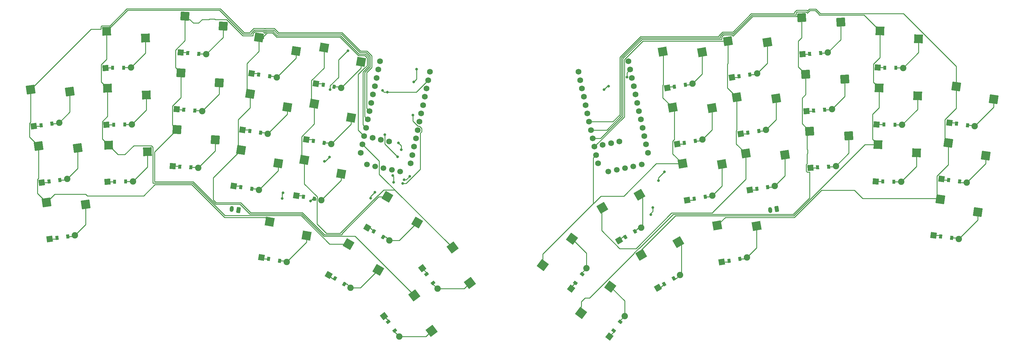
<source format=gbr>
%TF.GenerationSoftware,KiCad,Pcbnew,9.0.2*%
%TF.CreationDate,2025-07-07T14:02:59-04:00*%
%TF.ProjectId,routed_banana_split,726f7574-6564-45f6-9261-6e616e615f73,0.0.1*%
%TF.SameCoordinates,Original*%
%TF.FileFunction,Copper,L2,Bot*%
%TF.FilePolarity,Positive*%
%FSLAX46Y46*%
G04 Gerber Fmt 4.6, Leading zero omitted, Abs format (unit mm)*
G04 Created by KiCad (PCBNEW 9.0.2) date 2025-07-07 14:02:59*
%MOMM*%
%LPD*%
G01*
G04 APERTURE LIST*
G04 Aperture macros list*
%AMRoundRect*
0 Rectangle with rounded corners*
0 $1 Rounding radius*
0 $2 $3 $4 $5 $6 $7 $8 $9 X,Y pos of 4 corners*
0 Add a 4 corners polygon primitive as box body*
4,1,4,$2,$3,$4,$5,$6,$7,$8,$9,$2,$3,0*
0 Add four circle primitives for the rounded corners*
1,1,$1+$1,$2,$3*
1,1,$1+$1,$4,$5*
1,1,$1+$1,$6,$7*
1,1,$1+$1,$8,$9*
0 Add four rect primitives between the rounded corners*
20,1,$1+$1,$2,$3,$4,$5,0*
20,1,$1+$1,$4,$5,$6,$7,0*
20,1,$1+$1,$6,$7,$8,$9,0*
20,1,$1+$1,$8,$9,$2,$3,0*%
%AMHorizOval*
0 Thick line with rounded ends*
0 $1 width*
0 $2 $3 position (X,Y) of the first rounded end (center of the circle)*
0 $4 $5 position (X,Y) of the second rounded end (center of the circle)*
0 Add line between two ends*
20,1,$1,$2,$3,$4,$5,0*
0 Add two circle primitives to create the rounded ends*
1,1,$1,$2,$3*
1,1,$1,$4,$5*%
%AMRotRect*
0 Rectangle, with rotation*
0 The origin of the aperture is its center*
0 $1 length*
0 $2 width*
0 $3 Rotation angle, in degrees counterclockwise*
0 Add horizontal line*
21,1,$1,$2,0,0,$3*%
G04 Aperture macros list end*
%TA.AperFunction,ComponentPad*%
%ADD10RotRect,1.778000X1.778000X53.000000*%
%TD*%
%TA.AperFunction,SMDPad,CuDef*%
%ADD11RotRect,0.900000X1.200000X53.000000*%
%TD*%
%TA.AperFunction,ComponentPad*%
%ADD12C,1.905000*%
%TD*%
%TA.AperFunction,ComponentPad*%
%ADD13C,1.752600*%
%TD*%
%TA.AperFunction,ComponentPad*%
%ADD14RotRect,1.778000X1.778000X351.000000*%
%TD*%
%TA.AperFunction,SMDPad,CuDef*%
%ADD15RotRect,0.900000X1.200000X351.000000*%
%TD*%
%TA.AperFunction,SMDPad,CuDef*%
%ADD16RotRect,2.600000X2.600000X9.000000*%
%TD*%
%TA.AperFunction,ComponentPad*%
%ADD17RotRect,1.778000X1.778000X350.000000*%
%TD*%
%TA.AperFunction,SMDPad,CuDef*%
%ADD18RotRect,0.900000X1.200000X350.000000*%
%TD*%
%TA.AperFunction,SMDPad,CuDef*%
%ADD19RotRect,2.600000X2.600000X352.000000*%
%TD*%
%TA.AperFunction,SMDPad,CuDef*%
%ADD20RotRect,2.600000X2.600000X356.000000*%
%TD*%
%TA.AperFunction,ComponentPad*%
%ADD21RotRect,1.778000X1.778000X10.000000*%
%TD*%
%TA.AperFunction,SMDPad,CuDef*%
%ADD22RotRect,0.900000X1.200000X10.000000*%
%TD*%
%TA.AperFunction,ComponentPad*%
%ADD23HorizOval,1.700000X0.000000X0.000000X0.000000X0.000000X0*%
%TD*%
%TA.AperFunction,ComponentPad*%
%ADD24C,1.700000*%
%TD*%
%TA.AperFunction,ComponentPad*%
%ADD25RotRect,1.778000X1.778000X330.000000*%
%TD*%
%TA.AperFunction,SMDPad,CuDef*%
%ADD26RotRect,0.900000X1.200000X330.000000*%
%TD*%
%TA.AperFunction,ComponentPad*%
%ADD27RotRect,1.778000X1.778000X352.000000*%
%TD*%
%TA.AperFunction,SMDPad,CuDef*%
%ADD28RotRect,0.900000X1.200000X352.000000*%
%TD*%
%TA.AperFunction,ComponentPad*%
%ADD29RotRect,1.778000X1.778000X359.000000*%
%TD*%
%TA.AperFunction,SMDPad,CuDef*%
%ADD30RotRect,0.900000X1.200000X359.000000*%
%TD*%
%TA.AperFunction,SMDPad,CuDef*%
%ADD31RotRect,2.600000X2.600000X1.000000*%
%TD*%
%TA.AperFunction,ComponentPad*%
%ADD32RotRect,1.778000X1.778000X1.000000*%
%TD*%
%TA.AperFunction,SMDPad,CuDef*%
%ADD33RotRect,0.900000X1.200000X1.000000*%
%TD*%
%TA.AperFunction,SMDPad,CuDef*%
%ADD34RotRect,2.600000X2.600000X10.000000*%
%TD*%
%TA.AperFunction,SMDPad,CuDef*%
%ADD35RotRect,2.600000X2.600000X4.000000*%
%TD*%
%TA.AperFunction,SMDPad,CuDef*%
%ADD36RotRect,2.600000X2.600000X30.000000*%
%TD*%
%TA.AperFunction,SMDPad,CuDef*%
%ADD37RotRect,2.600000X2.600000X350.000000*%
%TD*%
%TA.AperFunction,ComponentPad*%
%ADD38RotRect,1.778000X1.778000X307.000000*%
%TD*%
%TA.AperFunction,SMDPad,CuDef*%
%ADD39RotRect,0.900000X1.200000X307.000000*%
%TD*%
%TA.AperFunction,SMDPad,CuDef*%
%ADD40RotRect,2.600000X2.600000X330.000000*%
%TD*%
%TA.AperFunction,ComponentPad*%
%ADD41RotRect,1.778000X1.778000X30.000000*%
%TD*%
%TA.AperFunction,SMDPad,CuDef*%
%ADD42RotRect,0.900000X1.200000X30.000000*%
%TD*%
%TA.AperFunction,SMDPad,CuDef*%
%ADD43RotRect,2.600000X2.600000X359.000000*%
%TD*%
%TA.AperFunction,SMDPad,CuDef*%
%ADD44RotRect,2.600000X2.600000X351.000000*%
%TD*%
%TA.AperFunction,ComponentPad*%
%ADD45HorizOval,1.700000X0.000000X0.000000X0.000000X0.000000X0*%
%TD*%
%TA.AperFunction,ComponentPad*%
%ADD46RotRect,1.778000X1.778000X4.000000*%
%TD*%
%TA.AperFunction,SMDPad,CuDef*%
%ADD47RotRect,0.900000X1.200000X4.000000*%
%TD*%
%TA.AperFunction,SMDPad,CuDef*%
%ADD48RotRect,2.600000X2.600000X307.000000*%
%TD*%
%TA.AperFunction,ComponentPad*%
%ADD49RotRect,1.778000X1.778000X356.000000*%
%TD*%
%TA.AperFunction,SMDPad,CuDef*%
%ADD50RotRect,0.900000X1.200000X356.000000*%
%TD*%
%TA.AperFunction,SMDPad,CuDef*%
%ADD51RotRect,2.600000X2.600000X8.000000*%
%TD*%
%TA.AperFunction,ComponentPad*%
%ADD52RotRect,1.778000X1.778000X8.000000*%
%TD*%
%TA.AperFunction,SMDPad,CuDef*%
%ADD53RotRect,0.900000X1.200000X8.000000*%
%TD*%
%TA.AperFunction,SMDPad,CuDef*%
%ADD54RotRect,2.600000X2.600000X53.000000*%
%TD*%
%TA.AperFunction,ComponentPad*%
%ADD55RotRect,1.778000X1.778000X9.000000*%
%TD*%
%TA.AperFunction,SMDPad,CuDef*%
%ADD56RotRect,0.900000X1.200000X9.000000*%
%TD*%
%TA.AperFunction,ComponentPad*%
%ADD57RoundRect,0.240000X-0.256232X-0.683499X0.454904X-0.570866X0.256232X0.683499X-0.454904X0.570866X0*%
%TD*%
%TA.AperFunction,ComponentPad*%
%ADD58HorizOval,1.200000X-0.043019X0.271614X0.043019X-0.271614X0*%
%TD*%
%TA.AperFunction,ComponentPad*%
%ADD59RoundRect,0.240000X-0.454904X-0.570866X0.256232X-0.683499X0.454904X0.570866X-0.256232X0.683499X0*%
%TD*%
%TA.AperFunction,ComponentPad*%
%ADD60HorizOval,1.200000X-0.043019X-0.271614X0.043019X0.271614X0*%
%TD*%
%TA.AperFunction,ViaPad*%
%ADD61C,0.800000*%
%TD*%
%TA.AperFunction,Conductor*%
%ADD62C,0.250000*%
%TD*%
G04 APERTURE END LIST*
D10*
%TO.P,D38,1*%
%TO.N,RP115*%
X250886599Y-181685327D03*
D11*
X252186519Y-179960275D03*
%TO.P,D38,2*%
%TO.N,mirror_out_thumb*%
X254172509Y-177324777D03*
D12*
X255472429Y-175599725D03*
%TD*%
D13*
%TO.P,MCU2,1*%
%TO.N,RP006*%
X241686576Y-102651019D03*
%TO.P,MCU2,2*%
%TO.N,RP008*%
X242214672Y-105135514D03*
%TO.P,MCU2,3*%
%TO.N,RGND*%
X242742767Y-107620009D03*
%TO.P,MCU2,4*%
X243270863Y-110104504D03*
%TO.P,MCU2,5*%
%TO.N,RP017*%
X243798959Y-112588999D03*
%TO.P,MCU2,6*%
%TO.N,RP020*%
X244327053Y-115073494D03*
%TO.P,MCU2,7*%
%TO.N,RP022*%
X244855150Y-117557989D03*
%TO.P,MCU2,8*%
%TO.N,RP024*%
X245383246Y-120042483D03*
%TO.P,MCU2,9*%
%TO.N,RP100*%
X245911342Y-122526978D03*
%TO.P,MCU2,10*%
%TO.N,RP011*%
X246439437Y-125011473D03*
%TO.P,MCU2,11*%
%TO.N,RP104*%
X246967533Y-127495968D03*
%TO.P,MCU2,12*%
%TO.N,RP106*%
X247495629Y-129980463D03*
%TO.P,MCU2,13*%
%TO.N,RP009*%
X262402598Y-126811889D03*
%TO.P,MCU2,14*%
%TO.N,RP010*%
X261874502Y-124327394D03*
%TO.P,MCU2,15*%
%TO.N,RP111*%
X261346407Y-121842899D03*
%TO.P,MCU2,16*%
%TO.N,RP113*%
X260818311Y-119358404D03*
%TO.P,MCU2,17*%
%TO.N,RP115*%
X260290215Y-116873909D03*
%TO.P,MCU2,18*%
%TO.N,RP002*%
X259762121Y-114389414D03*
%TO.P,MCU2,19*%
%TO.N,RP029*%
X259234024Y-111904919D03*
%TO.P,MCU2,20*%
%TO.N,RP031*%
X258705928Y-109420425D03*
%TO.P,MCU2,21*%
%TO.N,RVCC*%
X258177832Y-106935930D03*
%TO.P,MCU2,22*%
%TO.N,RRST*%
X257649737Y-104451435D03*
%TO.P,MCU2,23*%
%TO.N,RGND*%
X257121641Y-101966940D03*
%TO.P,MCU2,24*%
%TO.N,RRAW*%
X256593545Y-99482445D03*
%TO.P,MCU2,31*%
%TO.N,RP101*%
X248923932Y-124483378D03*
%TO.P,MCU2,32*%
%TO.N,RP102*%
X251408427Y-123955282D03*
%TO.P,MCU2,33*%
%TO.N,RP107*%
X253892922Y-123427186D03*
%TD*%
D14*
%TO.P,D12,1*%
%TO.N,P002*%
X144055481Y-103149122D03*
D15*
X146188888Y-103487020D03*
%TO.P,D12,2*%
%TO.N,index_top*%
X149448260Y-104003254D03*
D12*
X151581667Y-104341152D03*
%TD*%
D16*
%TO.P,S31,1*%
%TO.N,RP011*%
X288947206Y-110232974D03*
%TO.P,S31,2*%
%TO.N,mirror_index_home*%
X300699162Y-110599072D03*
%TD*%
D17*
%TO.P,D13,1*%
%TO.N,P031*%
X157427692Y-139622792D03*
D18*
X159554879Y-139997873D03*
%TO.P,D13,2*%
%TO.N,indexfar_bottom*%
X162804745Y-140570911D03*
D12*
X164931932Y-140945992D03*
%TD*%
D19*
%TO.P,S21,1*%
%TO.N,RP022*%
X349746025Y-140722672D03*
%TO.P,S21,2*%
%TO.N,mirror_pinky_bottom*%
X360877440Y-144508711D03*
%TD*%
D20*
%TO.P,S8,1*%
%TO.N,P100*%
X123010929Y-102952357D03*
%TO.P,S8,2*%
%TO.N,middle_home*%
X134379329Y-105952686D03*
%TD*%
D21*
%TO.P,D34,1*%
%TO.N,RP029*%
X271170079Y-124204260D03*
D22*
X273297266Y-123829179D03*
%TO.P,D34,2*%
%TO.N,mirror_indexfar_home*%
X276547132Y-123256141D03*
D12*
X278674319Y-122881060D03*
%TD*%
D21*
%TO.P,D35,1*%
%TO.N,RP002*%
X268218060Y-107462528D03*
D22*
X270345247Y-107087447D03*
%TO.P,D35,2*%
%TO.N,mirror_indexfar_top*%
X273595113Y-106514409D03*
D12*
X275722300Y-106139328D03*
%TD*%
D23*
%TO.P,DISP2,1*%
%TO.N,RP017*%
X250606762Y-132457544D03*
%TO.P,DISP2,2*%
%TO.N,RP020*%
X253091257Y-131929449D03*
%TO.P,DISP2,3*%
%TO.N,RVCC*%
X255575752Y-131401353D03*
%TO.P,DISP2,4*%
%TO.N,RGND*%
X258060247Y-130873257D03*
D24*
%TO.P,DISP2,5*%
%TO.N,RP006*%
X260544742Y-130345162D03*
%TD*%
D25*
%TO.P,D19,1*%
%TO.N,P115*%
X178655403Y-149209007D03*
D26*
X180526018Y-150289007D03*
%TO.P,D19,2*%
%TO.N,in_default*%
X183383902Y-151939007D03*
D12*
X185254517Y-153019007D03*
%TD*%
D27*
%TO.P,D21,1*%
%TO.N,RP031*%
X347692286Y-151491648D03*
D28*
X349831265Y-151792263D03*
%TO.P,D21,2*%
%TO.N,mirror_pinky_bottom*%
X353099149Y-152251535D03*
D12*
X355238128Y-152552150D03*
%TD*%
D29*
%TO.P,D26,1*%
%TO.N,RP002*%
X331000834Y-101361267D03*
D30*
X333160505Y-101398965D03*
%TO.P,D26,2*%
%TO.N,mirror_ring_top*%
X336460003Y-101456557D03*
D12*
X338619674Y-101494255D03*
%TD*%
D31*
%TO.P,S5,1*%
%TO.N,P024*%
X101074862Y-107533996D03*
%TO.P,S5,2*%
%TO.N,ring_home*%
X112661498Y-109532085D03*
%TD*%
D32*
%TO.P,D5,1*%
%TO.N,P029*%
X100731047Y-118491666D03*
D33*
X102890718Y-118453968D03*
%TO.P,D5,2*%
%TO.N,ring_home*%
X106190216Y-118396376D03*
D12*
X108349887Y-118358678D03*
%TD*%
D34*
%TO.P,S34,1*%
%TO.N,RP104*%
X269795506Y-113327713D03*
%TO.P,S34,2*%
%TO.N,mirror_indexfar_home*%
X281552061Y-113488653D03*
%TD*%
D35*
%TO.P,S27,1*%
%TO.N,RP100*%
X310694917Y-120367851D03*
%TO.P,S27,2*%
%TO.N,mirror_middle_bottom*%
X322370246Y-121756805D03*
%TD*%
D36*
%TO.P,S39,1*%
%TO.N,RP011*%
X248787837Y-143268529D03*
%TO.P,S39,2*%
%TO.N,mirror_in_default*%
X259890430Y-139398785D03*
%TD*%
D37*
%TO.P,S15,1*%
%TO.N,P104*%
X165760052Y-95448586D03*
%TO.P,S15,2*%
%TO.N,indexfar_top*%
X176752556Y-99620800D03*
%TD*%
D34*
%TO.P,S35,1*%
%TO.N,RP104*%
X266843487Y-96585982D03*
%TO.P,S35,2*%
%TO.N,mirror_indexfar_top*%
X278600042Y-96746922D03*
%TD*%
D38*
%TO.P,D18,1*%
%TO.N,P115*%
X183581601Y-175599725D03*
D39*
X184881521Y-177324777D03*
%TO.P,D18,2*%
%TO.N,out_thumb*%
X186867511Y-179960275D03*
D12*
X188167431Y-181685327D03*
%TD*%
D27*
%TO.P,D23,1*%
%TO.N,RP002*%
X352424171Y-117822534D03*
D28*
X354563150Y-118123149D03*
%TO.P,D23,2*%
%TO.N,mirror_pinky_top*%
X357831034Y-118582421D03*
D12*
X359970013Y-118883036D03*
%TD*%
D21*
%TO.P,D36,1*%
%TO.N,RP115*%
X284488716Y-159426610D03*
D22*
X286615903Y-159051529D03*
%TO.P,D36,2*%
%TO.N,mirror_in_thumb*%
X289865769Y-158478491D03*
D12*
X291992956Y-158103410D03*
%TD*%
D40*
%TO.P,S19,1*%
%TO.N,P011*%
X184593727Y-139993529D03*
%TO.P,S19,2*%
%TO.N,in_default*%
X193496320Y-147673785D03*
%TD*%
D34*
%TO.P,S36,1*%
%TO.N,RP022*%
X283114143Y-148550063D03*
%TO.P,S36,2*%
%TO.N,mirror_in_thumb*%
X294870698Y-148711003D03*
%TD*%
D41*
%TO.P,D39,1*%
%TO.N,RP115*%
X253799513Y-153019007D03*
D42*
X255670128Y-151939007D03*
%TO.P,D39,2*%
%TO.N,mirror_in_default*%
X258528012Y-150289007D03*
D12*
X260398627Y-149209007D03*
%TD*%
D43*
%TO.P,S25,1*%
%TO.N,RP024*%
X331430166Y-107419683D03*
%TO.P,S25,2*%
%TO.N,mirror_ring_home*%
X342940011Y-109820923D03*
%TD*%
D44*
%TO.P,S11,1*%
%TO.N,P011*%
X143637467Y-109208329D03*
%TO.P,S11,2*%
%TO.N,index_home*%
X154701111Y-113188061D03*
%TD*%
D40*
%TO.P,S17,1*%
%TO.N,P024*%
X172995651Y-154081986D03*
%TO.P,S17,2*%
%TO.N,home_thumb*%
X181898244Y-161762242D03*
%TD*%
D45*
%TO.P,DISP1,1*%
%TO.N,P017*%
X178509288Y-130345162D03*
%TO.P,DISP1,2*%
%TO.N,P020*%
X180993783Y-130873257D03*
%TO.P,DISP1,3*%
%TO.N,VCC*%
X183478278Y-131401353D03*
%TO.P,DISP1,4*%
%TO.N,GND*%
X185962773Y-131929449D03*
D24*
%TO.P,DISP1,5*%
%TO.N,P006*%
X188447268Y-132457544D03*
%TD*%
D34*
%TO.P,S33,1*%
%TO.N,RP104*%
X272747525Y-130069445D03*
%TO.P,S33,2*%
%TO.N,mirror_indexfar_bottom*%
X284504080Y-130230385D03*
%TD*%
D46*
%TO.P,D29,1*%
%TO.N,RP002*%
X308553333Y-97411320D03*
D47*
X310708071Y-97260646D03*
%TO.P,D29,2*%
%TO.N,mirror_middle_top*%
X314000033Y-97030450D03*
D12*
X316154771Y-96879776D03*
%TD*%
D36*
%TO.P,S37,1*%
%TO.N,RP024*%
X260385913Y-157356986D03*
%TO.P,S37,2*%
%TO.N,mirror_home_thumb*%
X271488506Y-153487242D03*
%TD*%
D19*
%TO.P,S23,1*%
%TO.N,RP022*%
X354477910Y-107053558D03*
%TO.P,S23,2*%
%TO.N,mirror_pinky_top*%
X365609325Y-110839597D03*
%TD*%
D48*
%TO.P,S20,1*%
%TO.N,P104*%
X204071837Y-155148781D03*
%TO.P,S20,2*%
%TO.N,out_default*%
X209265802Y-165697015D03*
%TD*%
D49*
%TO.P,D9,1*%
%TO.N,P002*%
X122899259Y-96879776D03*
D50*
X125053997Y-97030450D03*
%TO.P,D9,2*%
%TO.N,middle_top*%
X128345959Y-97260646D03*
D12*
X130500697Y-97411320D03*
%TD*%
D37*
%TO.P,S13,1*%
%TO.N,P104*%
X159856014Y-128932049D03*
%TO.P,S13,2*%
%TO.N,indexfar_bottom*%
X170848518Y-133104263D03*
%TD*%
D10*
%TO.P,D40,1*%
%TO.N,RP115*%
X239463393Y-167396988D03*
D11*
X240763313Y-165671936D03*
%TO.P,D40,2*%
%TO.N,mirror_out_default*%
X242749303Y-163036438D03*
D12*
X244049223Y-161311386D03*
%TD*%
D17*
%TO.P,D16,1*%
%TO.N,P115*%
X147061074Y-158103410D03*
D18*
X149188261Y-158478491D03*
%TO.P,D16,2*%
%TO.N,in_thumb*%
X152438127Y-159051529D03*
D12*
X154565314Y-159426610D03*
%TD*%
D32*
%TO.P,D6,1*%
%TO.N,P002*%
X100434356Y-101494255D03*
D33*
X102594027Y-101456557D03*
%TO.P,D6,2*%
%TO.N,ring_top*%
X105893525Y-101398965D03*
D12*
X108053196Y-101361267D03*
%TD*%
D38*
%TO.P,D20,1*%
%TO.N,P115*%
X195004807Y-161311386D03*
D39*
X196304727Y-163036438D03*
%TO.P,D20,2*%
%TO.N,out_default*%
X198290717Y-165671936D03*
D12*
X199590637Y-167396988D03*
%TD*%
D49*
%TO.P,D8,1*%
%TO.N,P029*%
X121713399Y-113838364D03*
D50*
X123868137Y-113989038D03*
%TO.P,D8,2*%
%TO.N,middle_home*%
X127160099Y-114219234D03*
D12*
X129314837Y-114369908D03*
%TD*%
D49*
%TO.P,D7,1*%
%TO.N,P031*%
X120527539Y-130796953D03*
D50*
X122682277Y-130947627D03*
%TO.P,D7,2*%
%TO.N,middle_bottom*%
X125974239Y-131177823D03*
D12*
X128128977Y-131328497D03*
%TD*%
D29*
%TO.P,D24,1*%
%TO.N,RP031*%
X330407452Y-135356088D03*
D30*
X332567123Y-135393786D03*
%TO.P,D24,2*%
%TO.N,mirror_ring_bottom*%
X335866621Y-135451378D03*
D12*
X338026292Y-135489076D03*
%TD*%
D20*
%TO.P,S9,1*%
%TO.N,P100*%
X124196789Y-85993768D03*
%TO.P,S9,2*%
%TO.N,middle_top*%
X135565189Y-88994097D03*
%TD*%
D35*
%TO.P,S28,1*%
%TO.N,RP100*%
X309509057Y-103409262D03*
%TO.P,S28,2*%
%TO.N,mirror_middle_home*%
X321184386Y-104798216D03*
%TD*%
D51*
%TO.P,S1,1*%
%TO.N,P022*%
X82821750Y-141634256D03*
%TO.P,S1,2*%
%TO.N,pinky_bottom*%
X94565527Y-142205396D03*
%TD*%
D17*
%TO.P,D14,1*%
%TO.N,P029*%
X160379711Y-122881060D03*
D18*
X162506898Y-123256141D03*
%TO.P,D14,2*%
%TO.N,indexfar_home*%
X165756764Y-123829179D03*
D12*
X167883951Y-124204260D03*
%TD*%
D52*
%TO.P,D1,1*%
%TO.N,P031*%
X83815902Y-152552150D03*
D53*
X85954881Y-152251535D03*
%TO.P,D1,2*%
%TO.N,pinky_bottom*%
X89222765Y-151792263D03*
D12*
X91361744Y-151491648D03*
%TD*%
D25*
%TO.P,D17,1*%
%TO.N,P115*%
X167057327Y-163297464D03*
D26*
X168927942Y-164377464D03*
%TO.P,D17,2*%
%TO.N,home_thumb*%
X171785826Y-166027464D03*
D12*
X173656441Y-167107464D03*
%TD*%
D43*
%TO.P,S24,1*%
%TO.N,RP024*%
X331133476Y-124417094D03*
%TO.P,S24,2*%
%TO.N,mirror_ring_bottom*%
X342643321Y-126818334D03*
%TD*%
D41*
%TO.P,D37,1*%
%TO.N,RP115*%
X265397589Y-167107464D03*
D42*
X267268204Y-166027464D03*
%TO.P,D37,2*%
%TO.N,mirror_home_thumb*%
X270126088Y-164377464D03*
D12*
X271996703Y-163297464D03*
%TD*%
D29*
%TO.P,D25,1*%
%TO.N,RP029*%
X330704143Y-118358678D03*
D30*
X332863814Y-118396376D03*
%TO.P,D25,2*%
%TO.N,mirror_ring_home*%
X336163312Y-118453968D03*
D12*
X338322983Y-118491666D03*
%TD*%
D54*
%TO.P,S38,1*%
%TO.N,RP100*%
X242463511Y-174668183D03*
%TO.P,S38,2*%
%TO.N,mirror_out_thumb*%
X251171472Y-166767936D03*
%TD*%
D13*
%TO.P,MCU1,1*%
%TO.N,P006*%
X182460486Y-99482445D03*
%TO.P,MCU1,2*%
%TO.N,P008*%
X181932390Y-101966940D03*
%TO.P,MCU1,3*%
%TO.N,GND*%
X181404294Y-104451435D03*
%TO.P,MCU1,4*%
X180876199Y-106935930D03*
%TO.P,MCU1,5*%
%TO.N,P017*%
X180348103Y-109420425D03*
%TO.P,MCU1,6*%
%TO.N,P020*%
X179820007Y-111904919D03*
%TO.P,MCU1,7*%
%TO.N,P022*%
X179291910Y-114389414D03*
%TO.P,MCU1,8*%
%TO.N,P024*%
X178763816Y-116873909D03*
%TO.P,MCU1,9*%
%TO.N,P100*%
X178235720Y-119358404D03*
%TO.P,MCU1,10*%
%TO.N,P011*%
X177707624Y-121842899D03*
%TO.P,MCU1,11*%
%TO.N,P104*%
X177179529Y-124327394D03*
%TO.P,MCU1,12*%
%TO.N,P106*%
X176651433Y-126811889D03*
%TO.P,MCU1,13*%
%TO.N,P009*%
X191558402Y-129980463D03*
%TO.P,MCU1,14*%
%TO.N,P010*%
X192086498Y-127495968D03*
%TO.P,MCU1,15*%
%TO.N,P111*%
X192614594Y-125011473D03*
%TO.P,MCU1,16*%
%TO.N,P113*%
X193142689Y-122526978D03*
%TO.P,MCU1,17*%
%TO.N,P115*%
X193670785Y-120042483D03*
%TO.P,MCU1,18*%
%TO.N,P002*%
X194198881Y-117557989D03*
%TO.P,MCU1,19*%
%TO.N,P029*%
X194726978Y-115073494D03*
%TO.P,MCU1,20*%
%TO.N,P031*%
X195255072Y-112588999D03*
%TO.P,MCU1,21*%
%TO.N,VCC*%
X195783168Y-110104504D03*
%TO.P,MCU1,22*%
%TO.N,RST*%
X196311264Y-107620009D03*
%TO.P,MCU1,23*%
%TO.N,GND*%
X196839359Y-105135514D03*
%TO.P,MCU1,24*%
%TO.N,RAW*%
X197367455Y-102651019D03*
%TO.P,MCU1,31*%
%TO.N,P101*%
X180192119Y-122370995D03*
%TO.P,MCU1,32*%
%TO.N,P102*%
X182676614Y-122899090D03*
%TO.P,MCU1,33*%
%TO.N,P107*%
X185161109Y-123427186D03*
%TD*%
D55*
%TO.P,D30,1*%
%TO.N,RP031*%
X292791135Y-137922555D03*
D56*
X294924542Y-137584657D03*
%TO.P,D30,2*%
%TO.N,mirror_index_bottom*%
X298183914Y-137068423D03*
D12*
X300317321Y-136730525D03*
%TD*%
D43*
%TO.P,S26,1*%
%TO.N,RP024*%
X331726857Y-90422272D03*
%TO.P,S26,2*%
%TO.N,mirror_ring_top*%
X343236702Y-92823512D03*
%TD*%
D32*
%TO.P,D4,1*%
%TO.N,P031*%
X101027738Y-135489076D03*
D33*
X103187409Y-135451378D03*
%TO.P,D4,2*%
%TO.N,ring_bottom*%
X106486907Y-135393786D03*
D12*
X108646578Y-135356088D03*
%TD*%
D17*
%TO.P,D15,1*%
%TO.N,P002*%
X163331730Y-106139328D03*
D18*
X165458917Y-106514409D03*
%TO.P,D15,2*%
%TO.N,indexfar_top*%
X168708783Y-107087447D03*
D12*
X170835970Y-107462528D03*
%TD*%
D37*
%TO.P,S16,1*%
%TO.N,P022*%
X149489396Y-147412667D03*
%TO.P,S16,2*%
%TO.N,in_thumb*%
X160481900Y-151584881D03*
%TD*%
D46*
%TO.P,D27,1*%
%TO.N,RP031*%
X310925054Y-131328497D03*
D47*
X313079792Y-131177823D03*
%TO.P,D27,2*%
%TO.N,mirror_middle_bottom*%
X316371754Y-130947627D03*
D12*
X318526492Y-130796953D03*
%TD*%
D48*
%TO.P,S18,1*%
%TO.N,P100*%
X192648631Y-169437120D03*
%TO.P,S18,2*%
%TO.N,out_thumb*%
X197842596Y-179985354D03*
%TD*%
D20*
%TO.P,S7,1*%
%TO.N,P100*%
X121825069Y-119910946D03*
%TO.P,S7,2*%
%TO.N,middle_bottom*%
X133193469Y-122911275D03*
%TD*%
D46*
%TO.P,D28,1*%
%TO.N,RP029*%
X309739194Y-114369908D03*
D47*
X311893932Y-114219234D03*
%TO.P,D28,2*%
%TO.N,mirror_middle_home*%
X315185894Y-113989038D03*
D12*
X317340632Y-113838364D03*
%TD*%
D19*
%TO.P,S22,1*%
%TO.N,RP022*%
X352111967Y-123888115D03*
%TO.P,S22,2*%
%TO.N,mirror_pinky_home*%
X363243382Y-127674154D03*
%TD*%
D52*
%TO.P,D3,1*%
%TO.N,P002*%
X79084017Y-118883036D03*
D53*
X81222996Y-118582421D03*
%TO.P,D3,2*%
%TO.N,pinky_top*%
X84490880Y-118123149D03*
D12*
X86629859Y-117822534D03*
%TD*%
D44*
%TO.P,S10,1*%
%TO.N,P011*%
X140978081Y-125999030D03*
%TO.P,S10,2*%
%TO.N,index_bottom*%
X152041725Y-129978762D03*
%TD*%
D27*
%TO.P,D22,1*%
%TO.N,RP029*%
X350058229Y-134657091D03*
D28*
X352197208Y-134957706D03*
%TO.P,D22,2*%
%TO.N,mirror_pinky_home*%
X355465092Y-135416978D03*
D12*
X357604071Y-135717593D03*
%TD*%
D16*
%TO.P,S32,1*%
%TO.N,RP011*%
X286287820Y-93442272D03*
%TO.P,S32,2*%
%TO.N,mirror_index_top*%
X298039776Y-93808370D03*
%TD*%
D55*
%TO.P,D31,1*%
%TO.N,RP029*%
X290131749Y-121131853D03*
D56*
X292265156Y-120793955D03*
%TO.P,D31,2*%
%TO.N,mirror_index_home*%
X295524528Y-120277721D03*
D12*
X297657935Y-119939823D03*
%TD*%
D14*
%TO.P,D11,1*%
%TO.N,P029*%
X141396095Y-119939823D03*
D15*
X143529502Y-120277721D03*
%TO.P,D11,2*%
%TO.N,index_home*%
X146788874Y-120793955D03*
D12*
X148922281Y-121131853D03*
%TD*%
D31*
%TO.P,S4,1*%
%TO.N,P024*%
X101371553Y-124531407D03*
%TO.P,S4,2*%
%TO.N,ring_bottom*%
X112958189Y-126529496D03*
%TD*%
D51*
%TO.P,S3,1*%
%TO.N,P022*%
X78089864Y-107965142D03*
%TO.P,S3,2*%
%TO.N,pinky_top*%
X89833641Y-108536282D03*
%TD*%
D31*
%TO.P,S6,1*%
%TO.N,P024*%
X100778171Y-90536585D03*
%TO.P,S6,2*%
%TO.N,ring_top*%
X112364807Y-92534674D03*
%TD*%
D51*
%TO.P,S2,1*%
%TO.N,P022*%
X80455807Y-124799699D03*
%TO.P,S2,2*%
%TO.N,pinky_home*%
X92199584Y-125370839D03*
%TD*%
D55*
%TO.P,D32,1*%
%TO.N,RP002*%
X287472363Y-104341152D03*
D56*
X289605770Y-104003254D03*
%TO.P,D32,2*%
%TO.N,mirror_index_top*%
X292865142Y-103487020D03*
D12*
X294998549Y-103149122D03*
%TD*%
D52*
%TO.P,D2,1*%
%TO.N,P029*%
X81449960Y-135717593D03*
D53*
X83588939Y-135416978D03*
%TO.P,D2,2*%
%TO.N,pinky_home*%
X86856823Y-134957706D03*
D12*
X88995802Y-134657091D03*
%TD*%
D14*
%TO.P,D10,1*%
%TO.N,P031*%
X138736709Y-136730525D03*
D15*
X140870116Y-137068423D03*
%TO.P,D10,2*%
%TO.N,index_bottom*%
X144129488Y-137584657D03*
D12*
X146262895Y-137922555D03*
%TD*%
D44*
%TO.P,S12,1*%
%TO.N,P011*%
X146296852Y-92417627D03*
%TO.P,S12,2*%
%TO.N,index_top*%
X157360496Y-96397359D03*
%TD*%
D16*
%TO.P,S30,1*%
%TO.N,RP011*%
X291606592Y-127023675D03*
%TO.P,S30,2*%
%TO.N,mirror_index_bottom*%
X303358548Y-127389773D03*
%TD*%
D37*
%TO.P,S14,1*%
%TO.N,P104*%
X162808033Y-112190317D03*
%TO.P,S14,2*%
%TO.N,indexfar_home*%
X173800537Y-116362531D03*
%TD*%
D54*
%TO.P,S40,1*%
%TO.N,RP104*%
X231040306Y-160379844D03*
%TO.P,S40,2*%
%TO.N,mirror_out_default*%
X239748267Y-152479597D03*
%TD*%
D21*
%TO.P,D33,1*%
%TO.N,RP031*%
X274122098Y-140945992D03*
D22*
X276249285Y-140570911D03*
%TO.P,D33,2*%
%TO.N,mirror_indexfar_bottom*%
X279499151Y-139997873D03*
D12*
X281626338Y-139622792D03*
%TD*%
D35*
%TO.P,S29,1*%
%TO.N,RP100*%
X308323197Y-86450673D03*
%TO.P,S29,2*%
%TO.N,mirror_middle_top*%
X319998526Y-87839627D03*
%TD*%
D57*
%TO.P,JST2,1*%
%TO.N,RGND*%
X300892997Y-143625356D03*
D58*
%TO.P,JST2,2*%
%TO.N,RRAW*%
X298917621Y-143938224D03*
%TD*%
D59*
%TO.P,JST1,1*%
%TO.N,GND*%
X140136409Y-143938224D03*
D60*
%TO.P,JST1,2*%
%TO.N,RAW*%
X138161033Y-143625356D03*
%TD*%
D61*
%TO.N,indexfar_bottom*%
X161660000Y-141260000D03*
%TO.N,P031*%
X189179340Y-136019340D03*
X192260000Y-115590000D03*
%TO.N,P029*%
X191280000Y-133840000D03*
X189590000Y-134910000D03*
%TO.N,RP115*%
X265590000Y-135100000D03*
X263310000Y-145290000D03*
X267380000Y-132500000D03*
X263851668Y-143213224D03*
%TO.N,RAW*%
X172820000Y-96320000D03*
X167520000Y-107930000D03*
X153470000Y-138810000D03*
X167370000Y-128130000D03*
X165856673Y-129383327D03*
X153220000Y-140480000D03*
%TO.N,GND*%
X184603914Y-108730000D03*
X180900000Y-138640000D03*
X188776428Y-125926428D03*
X186480000Y-135670000D03*
X183153914Y-108250000D03*
X187950000Y-123910000D03*
X186210000Y-133610000D03*
X179640000Y-140350000D03*
%TO.N,RST*%
X193340000Y-101840000D03*
X192490000Y-105710000D03*
%TO.N,P006*%
X183890000Y-121400000D03*
X187704081Y-128024081D03*
%TO.N,RGND*%
X249300000Y-107990000D03*
X256150000Y-104210000D03*
X250640000Y-106980000D03*
%TD*%
D62*
%TO.N,P022*%
X78089864Y-117655458D02*
X77753944Y-117991378D01*
X82821750Y-141634256D02*
X85286006Y-139170000D01*
X134730665Y-83829251D02*
X106847695Y-83829251D01*
X141829414Y-90928000D02*
X134730665Y-83829251D01*
X150869026Y-89700949D02*
X148194036Y-89700949D01*
X111880000Y-139680000D02*
X115210000Y-136350000D01*
X78089864Y-107965142D02*
X78089864Y-117655458D01*
X148226729Y-146150000D02*
X149489396Y-147412667D01*
X176571427Y-96435807D02*
X171063620Y-90928000D01*
X85286006Y-139170000D02*
X94565863Y-139170000D01*
X99129681Y-89920000D02*
X96135006Y-89920000D01*
X171063620Y-90928000D02*
X152096077Y-90928000D01*
X95075863Y-139680000D02*
X111880000Y-139680000D01*
X115210000Y-136350000D02*
X126240000Y-136350000D01*
X178415610Y-113513114D02*
X178415610Y-102892710D01*
X147886136Y-89702267D02*
X144707568Y-89702267D01*
X152096077Y-90928000D02*
X150869026Y-89700949D01*
X77753944Y-117991378D02*
X77753944Y-122097836D01*
X94565863Y-139170000D02*
X95075863Y-139680000D01*
X101788851Y-88888095D02*
X99366023Y-88888095D01*
X77753944Y-122097836D02*
X80455807Y-124799699D01*
X148194036Y-89700949D02*
X148039427Y-89855558D01*
X148039427Y-89855558D02*
X147886136Y-89702267D01*
X99129681Y-89124437D02*
X99129681Y-89920000D01*
X136040000Y-146150000D02*
X148226729Y-146150000D01*
X179937549Y-97870829D02*
X178502527Y-96435807D01*
X106847695Y-83829251D02*
X101788851Y-88888095D01*
X80119887Y-134825935D02*
X80119887Y-138932393D01*
X178502527Y-96435807D02*
X176571427Y-96435807D01*
X144707568Y-89702267D02*
X143581492Y-90828343D01*
X178415610Y-102892710D02*
X179937549Y-101370771D01*
X126240000Y-136350000D02*
X136040000Y-146150000D01*
X80119887Y-138932393D02*
X82821750Y-141634256D01*
X99366023Y-88888095D02*
X99129681Y-89124437D01*
X80455807Y-124799699D02*
X80455807Y-134490015D01*
X143581492Y-90828343D02*
X143581492Y-90928000D01*
X80455807Y-134490015D02*
X80119887Y-134825935D01*
X179291910Y-114389414D02*
X178415610Y-113513114D01*
X96135006Y-89920000D02*
X78089864Y-107965142D01*
X143581492Y-90928000D02*
X141829414Y-90928000D01*
X179937549Y-101370771D02*
X179937549Y-97870829D01*
%TO.N,pinky_bottom*%
X94565527Y-142205396D02*
X94565527Y-148287866D01*
X89222765Y-151792263D02*
X91061129Y-151792263D01*
X91061129Y-151792263D02*
X91361744Y-151491648D01*
X94565527Y-148287866D02*
X91361744Y-151491649D01*
%TO.N,pinky_home*%
X88695187Y-134957706D02*
X88995802Y-134657091D01*
X92199584Y-131453310D02*
X88995802Y-134657092D01*
X92199584Y-125370839D02*
X92199584Y-131453310D01*
X86856823Y-134957706D02*
X88695187Y-134957706D01*
%TO.N,pinky_top*%
X89833641Y-108536282D02*
X89833641Y-114618753D01*
X89833641Y-114618753D02*
X86629859Y-117822535D01*
X86329244Y-118123149D02*
X86629859Y-117822534D01*
X84490880Y-118123149D02*
X86329244Y-118123149D01*
%TO.N,P024*%
X170876810Y-91379000D02*
X151909267Y-91379000D01*
X99203976Y-100485871D02*
X99203976Y-105663110D01*
X114606679Y-135899000D02*
X126426810Y-135899000D01*
X107034505Y-84280251D02*
X100778171Y-90536585D01*
X106253558Y-127363718D02*
X108906623Y-124710653D01*
X177887516Y-102782994D02*
X179486549Y-101183961D01*
X178763816Y-116873909D02*
X177887516Y-115997609D01*
X99500667Y-117483282D02*
X99500667Y-122660521D01*
X150682216Y-90151949D02*
X148380846Y-90151949D01*
X136108484Y-145580674D02*
X158860674Y-145580674D01*
X100778171Y-90536585D02*
X100778171Y-98911676D01*
X114606679Y-125117348D02*
X114606679Y-135899000D01*
X147699326Y-90153267D02*
X144894378Y-90153267D01*
X101074862Y-107533996D02*
X101074862Y-115909087D01*
X144032492Y-91015153D02*
X144032492Y-91379000D01*
X99203976Y-105663110D02*
X101074862Y-107533996D01*
X148039427Y-90493368D02*
X147699326Y-90153267D01*
X126426810Y-135899000D02*
X136108484Y-145580674D01*
X101371553Y-124531407D02*
X104203864Y-127363718D01*
X101074862Y-115909087D02*
X99500667Y-117483282D01*
X144032492Y-91379000D02*
X141642604Y-91379000D01*
X104203864Y-127363718D02*
X106253558Y-127363718D01*
X114199984Y-124710653D02*
X114606679Y-125117348D01*
X179486549Y-101183961D02*
X179486549Y-98057639D01*
X178315717Y-96886807D02*
X176384617Y-96886807D01*
X134543855Y-84280251D02*
X107034505Y-84280251D01*
X141642604Y-91379000D02*
X134543855Y-84280251D01*
X99500667Y-122660521D02*
X101371553Y-124531407D01*
X158860674Y-145580674D02*
X167361986Y-154081986D01*
X176384617Y-96886807D02*
X170876810Y-91379000D01*
X167361986Y-154081986D02*
X172995651Y-154081986D01*
X179486549Y-98057639D02*
X178315717Y-96886807D01*
X100778171Y-98911676D02*
X99203976Y-100485871D01*
X148380846Y-90151949D02*
X148039427Y-90493368D01*
X108906623Y-124710653D02*
X114199984Y-124710653D01*
X144894378Y-90153267D02*
X144032492Y-91015153D01*
X151909267Y-91379000D02*
X150682216Y-90151949D01*
X177887516Y-115997609D02*
X177887516Y-102782994D01*
%TO.N,ring_bottom*%
X112958189Y-126529496D02*
X112958189Y-131044477D01*
X112958189Y-131044477D02*
X108646578Y-135356088D01*
X106486907Y-135393786D02*
X108608880Y-135393786D01*
X108608880Y-135393786D02*
X108646578Y-135356088D01*
%TO.N,ring_home*%
X108312189Y-118396376D02*
X108349887Y-118358678D01*
X106190216Y-118396376D02*
X108312189Y-118396376D01*
X112661498Y-114047067D02*
X108349887Y-118358678D01*
X112661498Y-109532085D02*
X112661498Y-114047067D01*
%TO.N,ring_top*%
X108053196Y-101361267D02*
X105931223Y-101361267D01*
X112364807Y-92534674D02*
X112364807Y-97049656D01*
X112364807Y-97049656D02*
X108053196Y-101361267D01*
X105931223Y-101361267D02*
X105893525Y-101398965D01*
%TO.N,P100*%
X178235720Y-119358404D02*
X177359420Y-118482104D01*
X145081188Y-90604267D02*
X144483492Y-91201963D01*
X177359420Y-102673280D02*
X179035549Y-100997151D01*
X144483492Y-91830000D02*
X141455794Y-91830000D01*
X121380000Y-96164331D02*
X121380000Y-101321428D01*
X136655794Y-87030000D02*
X133215588Y-87030000D01*
X133325620Y-142160000D02*
X140630000Y-142160000D01*
X151722457Y-91830000D02*
X150495406Y-90602949D01*
X159047484Y-145129674D02*
X165677810Y-151760000D01*
X140630000Y-142160000D02*
X143599674Y-145129674D01*
X133075232Y-86889644D02*
X131521102Y-86889644D01*
X131380746Y-87030000D02*
X129309097Y-87030000D01*
X121380000Y-101321428D02*
X123010929Y-102952357D01*
X128240876Y-88098221D02*
X126686746Y-88098221D01*
X176197807Y-97337807D02*
X170690000Y-91830000D01*
X129309097Y-87030000D02*
X128240876Y-88098221D01*
X115150000Y-135448000D02*
X126613620Y-135448000D01*
X126613620Y-135448000D02*
X133325620Y-142160000D01*
X124196789Y-93347542D02*
X121380000Y-96164331D01*
X123010929Y-110306130D02*
X120438551Y-112878508D01*
X123010929Y-102952357D02*
X123010929Y-110306130D01*
X121825069Y-119910946D02*
X115150000Y-126586015D01*
X148039427Y-91131178D02*
X147512516Y-90604267D01*
X125233021Y-87030000D02*
X124196789Y-85993768D01*
X179035549Y-98244449D02*
X178128907Y-97337807D01*
X133215588Y-87030000D02*
X133075232Y-86889644D01*
X177359420Y-118482104D02*
X177359420Y-102673280D01*
X120438551Y-112878508D02*
X120438551Y-118524428D01*
X144483492Y-91201963D02*
X144483492Y-91830000D01*
X115150000Y-126586015D02*
X115150000Y-135448000D01*
X174971511Y-151760000D02*
X192648631Y-169437120D01*
X178128907Y-97337807D02*
X176197807Y-97337807D01*
X150495406Y-90602949D02*
X148567656Y-90602949D01*
X148567656Y-90602949D02*
X148039427Y-91131178D01*
X120438551Y-118524428D02*
X121825069Y-119910946D01*
X170690000Y-91830000D02*
X151722457Y-91830000D01*
X131521102Y-86889644D02*
X131380746Y-87030000D01*
X179035549Y-100997151D02*
X179035549Y-98244449D01*
X165677810Y-151760000D02*
X174971511Y-151760000D01*
X126686746Y-88098221D02*
X125618525Y-87030000D01*
X124196789Y-85993768D02*
X124196789Y-93347542D01*
X147512516Y-90604267D02*
X145081188Y-90604267D01*
X143599674Y-145129674D02*
X159047484Y-145129674D01*
X125618525Y-87030000D02*
X125233021Y-87030000D01*
X141455794Y-91830000D02*
X136655794Y-87030000D01*
%TO.N,middle_bottom*%
X125974239Y-131177823D02*
X127978303Y-131177823D01*
X133193469Y-122911275D02*
X133193469Y-126264005D01*
X127978303Y-131177823D02*
X128128977Y-131328497D01*
X133193469Y-126264005D02*
X128128977Y-131328497D01*
%TO.N,middle_home*%
X134379329Y-105952686D02*
X134379329Y-109305416D01*
X134379329Y-109305416D02*
X129314837Y-114369908D01*
X127160099Y-114219234D02*
X129164163Y-114219234D01*
X129164163Y-114219234D02*
X129314837Y-114369908D01*
%TO.N,middle_top*%
X135565189Y-92346828D02*
X130500697Y-97411320D01*
X135565189Y-88994097D02*
X135565189Y-92346828D01*
X128345959Y-97260646D02*
X130350023Y-97260646D01*
X130350023Y-97260646D02*
X130500697Y-97411320D01*
%TO.N,P011*%
X147655531Y-92152884D02*
X147655531Y-92740000D01*
X151535647Y-92281000D02*
X151464647Y-92210000D01*
X146296852Y-96553012D02*
X142712356Y-100137508D01*
X159234294Y-144678674D02*
X165864620Y-151309000D01*
X151407531Y-92210000D02*
X151407531Y-92152884D01*
X140816810Y-141709000D02*
X143786484Y-144678674D01*
X143637467Y-109208329D02*
X143637467Y-113343714D01*
X133512430Y-141709000D02*
X140816810Y-141709000D01*
X175890000Y-120025275D02*
X175890000Y-103420000D01*
X142712356Y-108283218D02*
X143637467Y-109208329D01*
X175890000Y-103420000D02*
X177857207Y-101452793D01*
X171040000Y-151309000D02*
X171040000Y-150950601D01*
X140978081Y-125999030D02*
X132680000Y-134297111D01*
X176010997Y-97788807D02*
X170503190Y-92281000D01*
X151464647Y-92210000D02*
X151407531Y-92210000D01*
X170503190Y-92281000D02*
X151535647Y-92281000D01*
X177857207Y-101452793D02*
X177942097Y-101452793D01*
X132680000Y-140876570D02*
X133512430Y-141709000D01*
X140052970Y-116928211D02*
X140052970Y-125073919D01*
X177942097Y-97788807D02*
X176010997Y-97788807D01*
X171040000Y-150950601D02*
X181997072Y-139993529D01*
X148754466Y-91053949D02*
X147655531Y-92152884D01*
X150308596Y-91053949D02*
X148754466Y-91053949D01*
X146296852Y-92417627D02*
X146296852Y-96553012D01*
X146619225Y-92740000D02*
X146296852Y-92417627D01*
X181997072Y-139993529D02*
X184593727Y-139993529D01*
X151407531Y-92152884D02*
X150308596Y-91053949D01*
X147655531Y-92740000D02*
X146619225Y-92740000D01*
X143786484Y-144678674D02*
X159234294Y-144678674D01*
X142712356Y-100137508D02*
X142712356Y-108283218D01*
X178584549Y-100810341D02*
X178584549Y-98431259D01*
X143637467Y-113343714D02*
X140052970Y-116928211D01*
X177707624Y-121842899D02*
X175890000Y-120025275D01*
X165864620Y-151309000D02*
X171040000Y-151309000D01*
X178584549Y-98431259D02*
X177942097Y-97788807D01*
X132680000Y-134297111D02*
X132680000Y-140876570D01*
X140052970Y-125073919D02*
X140978081Y-125999030D01*
X177942097Y-101452793D02*
X178584549Y-100810341D01*
%TO.N,index_bottom*%
X145924997Y-137584657D02*
X146262895Y-137922555D01*
X152041725Y-129978762D02*
X152041725Y-132143725D01*
X152041725Y-132143725D02*
X146262895Y-137922555D01*
X144129488Y-137584657D02*
X145924997Y-137584657D01*
%TO.N,index_home*%
X154701111Y-115353023D02*
X148922281Y-121131853D01*
X148584383Y-120793955D02*
X148922281Y-121131853D01*
X146788874Y-120793955D02*
X148584383Y-120793955D01*
X154701111Y-113188061D02*
X154701111Y-115353023D01*
%TO.N,index_top*%
X149448260Y-104003254D02*
X151243769Y-104003254D01*
X157360496Y-98562323D02*
X151581667Y-104341152D01*
X157360496Y-96397359D02*
X157360496Y-98562323D01*
X151243769Y-104003254D02*
X151581667Y-104341152D01*
%TO.N,P104*%
X165760052Y-95448586D02*
X165760052Y-101498986D01*
X170589000Y-150831000D02*
X170589000Y-150763791D01*
X182169783Y-133246727D02*
X204071837Y-155148781D01*
X170589000Y-150763791D02*
X181810262Y-139542529D01*
X159856014Y-128932049D02*
X159856014Y-136124727D01*
X181810262Y-139542529D02*
X181877471Y-139542529D01*
X162808033Y-118240718D02*
X159023846Y-122024905D01*
X182169783Y-129317648D02*
X182169783Y-133246727D01*
X162808033Y-112190317D02*
X162808033Y-118240718D01*
X163678097Y-139923133D02*
X163678097Y-140391752D01*
X163678097Y-140391752D02*
X163653430Y-140416419D01*
X159023846Y-128099881D02*
X159856014Y-128932049D01*
X163330849Y-139575885D02*
X163678097Y-139923133D01*
X181877471Y-139542529D02*
X183528304Y-137891696D01*
X165760052Y-101498986D02*
X161975865Y-105283173D01*
X177179529Y-124327394D02*
X182169783Y-129317648D01*
X170562000Y-150858000D02*
X170589000Y-150831000D01*
X161975865Y-111358149D02*
X162808033Y-112190317D01*
X186814752Y-137891696D02*
X204071837Y-155148781D01*
X163653430Y-140416419D02*
X163653430Y-148051430D01*
X159856014Y-136124727D02*
X163307172Y-139575885D01*
X161975865Y-105283173D02*
X161975865Y-111358149D01*
X159023846Y-122024905D02*
X159023846Y-128099881D01*
X183528304Y-137891696D02*
X186814752Y-137891696D01*
X166460000Y-150858000D02*
X170562000Y-150858000D01*
X163653430Y-148051430D02*
X166460000Y-150858000D01*
X163307172Y-139575885D02*
X163330849Y-139575885D01*
%TO.N,indexfar_bottom*%
X162349089Y-140570911D02*
X161660000Y-141260000D01*
X170848518Y-135029404D02*
X164931930Y-140945992D01*
X163008086Y-140367570D02*
X163202430Y-140367570D01*
X163202430Y-140367570D02*
X163202430Y-140945992D01*
X162804745Y-140570911D02*
X162349089Y-140570911D01*
X162804745Y-140570911D02*
X163008086Y-140367570D01*
X170848518Y-133104263D02*
X170848518Y-135029404D01*
%TO.N,indexfar_home*%
X165756764Y-123829179D02*
X167508869Y-123829179D01*
X173800537Y-118287672D02*
X167883949Y-124204260D01*
X167508869Y-123829179D02*
X167883950Y-124204260D01*
X173800537Y-116362531D02*
X173800537Y-118287672D01*
%TO.N,indexfar_top*%
X168708783Y-107087447D02*
X170460888Y-107087447D01*
X176752556Y-99620800D02*
X176752556Y-101545940D01*
X170460888Y-107087447D02*
X170835969Y-107462528D01*
X176752556Y-101545940D02*
X170835968Y-107462528D01*
%TO.N,in_thumb*%
X160481900Y-151584881D02*
X160481900Y-153510022D01*
X154190232Y-159051529D02*
X154565313Y-159426610D01*
X152438127Y-159051529D02*
X154190232Y-159051529D01*
X160481900Y-153510022D02*
X154565312Y-159426610D01*
%TO.N,home_thumb*%
X171785826Y-166027464D02*
X172576441Y-166027464D01*
X181898244Y-161762242D02*
X176553022Y-167107464D01*
X176553022Y-167107464D02*
X173656441Y-167107464D01*
X172576441Y-166027464D02*
X173656441Y-167107464D01*
%TO.N,out_thumb*%
X186867511Y-180385407D02*
X188167431Y-181685327D01*
X196142623Y-181685327D02*
X188167431Y-181685327D01*
X186867511Y-179960275D02*
X186867511Y-180385407D01*
X197842596Y-179985354D02*
X196142623Y-181685327D01*
%TO.N,in_default*%
X193496320Y-147673785D02*
X188151098Y-153019007D01*
X184174517Y-151939007D02*
X185254517Y-153019007D01*
X183383902Y-151939007D02*
X184174517Y-151939007D01*
X188151098Y-153019007D02*
X185254517Y-153019007D01*
%TO.N,out_default*%
X198290717Y-166097068D02*
X199590637Y-167396988D01*
X209265802Y-165697015D02*
X207565829Y-167396988D01*
X198290717Y-165671936D02*
X198290717Y-166097068D01*
X207565829Y-167396988D02*
X199590637Y-167396988D01*
%TO.N,RP022*%
X314250000Y-138010000D02*
X306154635Y-146105365D01*
X306158680Y-84922678D02*
X306795202Y-84286156D01*
X309851192Y-84286156D02*
X310043301Y-84478264D01*
X354477910Y-101004082D02*
X354477910Y-107053558D01*
X306795202Y-84286156D02*
X309851192Y-84286156D01*
X349513353Y-140490000D02*
X326560000Y-140490000D01*
X293294763Y-85229000D02*
X306158680Y-85229000D01*
X284698536Y-90726912D02*
X287796851Y-90726912D01*
X348728156Y-133765435D02*
X348728156Y-139704803D01*
X283572460Y-91852988D02*
X284698536Y-90726912D01*
X254038245Y-98296135D02*
X260245108Y-92089272D01*
X327171395Y-85229000D02*
X327182395Y-85240000D01*
X310626344Y-83895221D02*
X312554094Y-83895221D01*
X354477910Y-107053558D02*
X354477910Y-113547066D01*
X254038245Y-115471755D02*
X254038245Y-98296135D01*
X260245108Y-92089272D02*
X283572460Y-92089272D01*
X348728156Y-139704803D02*
X349746025Y-140722672D01*
X312554094Y-83895221D02*
X313887873Y-85229000D01*
X251952011Y-117557989D02*
X254038245Y-115471755D01*
X351094098Y-116930878D02*
X351094098Y-122870246D01*
X283572460Y-92089272D02*
X283572460Y-91852988D01*
X354477910Y-113547066D02*
X351094098Y-116930878D01*
X352111967Y-130381624D02*
X348728156Y-133765435D01*
X324080000Y-138010000D02*
X314250000Y-138010000D01*
X285558841Y-146105365D02*
X283114143Y-148550063D01*
X338713828Y-85240000D02*
X354477910Y-101004082D01*
X349746025Y-140722672D02*
X349513353Y-140490000D01*
X306158680Y-85229000D02*
X306158680Y-84922678D01*
X306154635Y-146105365D02*
X285558841Y-146105365D01*
X287796851Y-90726912D02*
X293294763Y-85229000D01*
X351094098Y-122870246D02*
X352111967Y-123888115D01*
X352111967Y-123888115D02*
X352111967Y-130381624D01*
X327182395Y-85240000D02*
X338713828Y-85240000D01*
X326560000Y-140490000D02*
X324080000Y-138010000D01*
X310043301Y-84478264D02*
X310626344Y-83895221D01*
X313887873Y-85229000D02*
X327171395Y-85229000D01*
X244855150Y-117557989D02*
X251952011Y-117557989D01*
%TO.N,mirror_pinky_bottom*%
X360877440Y-146912837D02*
X355238128Y-152552149D01*
X360877440Y-144508711D02*
X360877440Y-146912837D01*
X353099149Y-152251535D02*
X354937513Y-152251535D01*
X354937513Y-152251535D02*
X355238128Y-152552150D01*
%TO.N,mirror_pinky_home*%
X357604071Y-135717593D02*
X355765707Y-135717593D01*
X355765707Y-135717593D02*
X355465092Y-135416978D01*
X363243382Y-130078281D02*
X357604071Y-135717592D01*
X363243382Y-127674154D02*
X363243382Y-130078281D01*
%TO.N,mirror_pinky_top*%
X365609325Y-110839597D02*
X365609325Y-113243723D01*
X365609325Y-113243723D02*
X359970013Y-118883035D01*
X359669398Y-118582421D02*
X359970013Y-118883036D01*
X357831034Y-118582421D02*
X359669398Y-118582421D01*
%TO.N,RP024*%
X327205096Y-124417094D02*
X305967825Y-145654365D01*
X309664382Y-84737156D02*
X310036714Y-85109488D01*
X331430166Y-113369834D02*
X329473763Y-115326237D01*
X306609680Y-85680000D02*
X306609680Y-85109488D01*
X245383246Y-120042483D02*
X250132807Y-120042483D01*
X329473763Y-122757381D02*
X331133476Y-124417094D01*
X310036714Y-85122661D02*
X310813154Y-84346221D01*
X310036714Y-85109488D02*
X310036714Y-85122661D01*
X254489245Y-115686045D02*
X254489245Y-98482945D01*
X326984585Y-85680000D02*
X331726857Y-90422272D01*
X312367284Y-84346221D02*
X313466219Y-85445156D01*
X306609680Y-85109488D02*
X306982012Y-84737156D01*
X329770454Y-100352883D02*
X329770454Y-105759971D01*
X310813154Y-84346221D02*
X312367284Y-84346221D01*
X331726857Y-98396480D02*
X329770454Y-100352883D01*
X260385913Y-155902654D02*
X260385913Y-157356986D01*
X313466219Y-85445156D02*
X313466219Y-85680000D01*
X287836978Y-91324595D02*
X293481573Y-85680000D01*
X329473763Y-115326237D02*
X329473763Y-122757381D01*
X284023460Y-92039798D02*
X284885346Y-91177912D01*
X313466219Y-85680000D02*
X326984585Y-85680000D01*
X284885346Y-91177912D02*
X287690294Y-91177912D01*
X287690294Y-91177912D02*
X287836978Y-91324595D01*
X254489245Y-98482945D02*
X260431918Y-92540272D01*
X260431918Y-92540272D02*
X284023460Y-92540272D01*
X331430166Y-107419683D02*
X331430166Y-113369834D01*
X284023460Y-92540272D02*
X284023460Y-92039798D01*
X331133476Y-124417094D02*
X327205096Y-124417094D01*
X270634202Y-145654365D02*
X260385913Y-155902654D01*
X305967825Y-145654365D02*
X270634202Y-145654365D01*
X331726857Y-90422272D02*
X331726857Y-98396480D01*
X293481573Y-85680000D02*
X306609680Y-85680000D01*
X329770454Y-105759971D02*
X331430166Y-107419683D01*
X306982012Y-84737156D02*
X309664382Y-84737156D01*
X250132807Y-120042483D02*
X254489245Y-115686045D01*
%TO.N,mirror_ring_bottom*%
X335904319Y-135489076D02*
X335866621Y-135451378D01*
X338026292Y-135489076D02*
X335904319Y-135489076D01*
X342643321Y-126818334D02*
X342643321Y-130872047D01*
X342643321Y-130872047D02*
X338026292Y-135489076D01*
%TO.N,mirror_ring_home*%
X342940011Y-113874638D02*
X338322983Y-118491666D01*
X342940011Y-109820923D02*
X342940011Y-113874638D01*
X336201010Y-118491666D02*
X336163312Y-118453968D01*
X338322983Y-118491666D02*
X336201010Y-118491666D01*
%TO.N,mirror_ring_top*%
X336460003Y-101456557D02*
X338581976Y-101456557D01*
X338581976Y-101456557D02*
X338619674Y-101494255D01*
X343236702Y-96877227D02*
X338619674Y-101494255D01*
X343236702Y-92823512D02*
X343236702Y-96877227D01*
%TO.N,RP100*%
X284474460Y-92991272D02*
X284474460Y-92226608D01*
X309965198Y-132603345D02*
X310694917Y-132603345D01*
X307278485Y-93516670D02*
X307278485Y-101178690D01*
X307278485Y-101178690D02*
X309509057Y-103409262D01*
X258284080Y-156865920D02*
X244973348Y-170176652D01*
X310694917Y-140289463D02*
X305781015Y-145203365D01*
X308323197Y-86450673D02*
X308323197Y-92471958D01*
X309920000Y-130053649D02*
X309965198Y-130053649D01*
X310117288Y-125950367D02*
X310117288Y-126966765D01*
X309965198Y-130053649D02*
X309650206Y-130368641D01*
X293668383Y-86131000D02*
X306796490Y-86131000D01*
X258284080Y-156746119D02*
X258284080Y-156865920D01*
X308323197Y-92471958D02*
X307278485Y-93516670D01*
X260618728Y-92991272D02*
X284474460Y-92991272D01*
X248286122Y-122526978D02*
X254940245Y-115872855D01*
X309920000Y-127164053D02*
X309920000Y-130053649D01*
X307412524Y-85540000D02*
X308323197Y-86450673D01*
X309920000Y-121142768D02*
X309920000Y-125753079D01*
X309509057Y-109430547D02*
X308464346Y-110475258D01*
X310117288Y-126966765D02*
X309920000Y-127164053D01*
X259775046Y-155255153D02*
X258284080Y-156746119D01*
X242463511Y-172686489D02*
X242463511Y-174668183D01*
X259894847Y-155255153D02*
X259775046Y-155255153D01*
X242558455Y-172591545D02*
X242463511Y-172686489D01*
X309920000Y-125753079D02*
X310117288Y-125950367D01*
X244973348Y-170176652D02*
X243657390Y-170176652D01*
X243657390Y-170176652D02*
X242558455Y-171275587D01*
X254940245Y-115872855D02*
X254940245Y-98669755D01*
X309650206Y-130368641D02*
X309650206Y-132288353D01*
X309509057Y-103409262D02*
X309509057Y-109430547D01*
X310694917Y-120367851D02*
X309920000Y-121142768D01*
X307060680Y-85540000D02*
X307412524Y-85540000D01*
X245911342Y-122526978D02*
X248286122Y-122526978D01*
X269946635Y-145203365D02*
X259894847Y-155255153D01*
X310694917Y-132603345D02*
X310694917Y-140289463D01*
X309650206Y-132288353D02*
X309965198Y-132603345D01*
X308464346Y-110475258D02*
X308464346Y-118137280D01*
X254940245Y-98669755D02*
X260618728Y-92991272D01*
X287836978Y-91962405D02*
X293668383Y-86131000D01*
X307060680Y-85866810D02*
X307060680Y-85540000D01*
X285072156Y-91628912D02*
X287503484Y-91628912D01*
X305781015Y-145203365D02*
X269946635Y-145203365D01*
X284474460Y-92226608D02*
X285072156Y-91628912D01*
X242558455Y-171275587D02*
X242558455Y-172591545D01*
X308464346Y-118137280D02*
X310694917Y-120367851D01*
X287503484Y-91628912D02*
X287836978Y-91962405D01*
X306796490Y-86131000D02*
X307060680Y-85866810D01*
%TO.N,mirror_middle_bottom*%
X322370246Y-121756805D02*
X322370246Y-126953199D01*
X316371754Y-130947627D02*
X318375818Y-130947627D01*
X322370246Y-126953199D02*
X318526492Y-130796953D01*
X318375818Y-130947627D02*
X318526492Y-130796953D01*
%TO.N,mirror_middle_home*%
X315185894Y-113989038D02*
X317189958Y-113989038D01*
X321184386Y-109994610D02*
X317340632Y-113838364D01*
X317189958Y-113989038D02*
X317340632Y-113838364D01*
X321184386Y-104798216D02*
X321184386Y-109994610D01*
%TO.N,mirror_middle_top*%
X316004097Y-97030450D02*
X316154771Y-96879776D01*
X319998526Y-87839627D02*
X319998526Y-93036021D01*
X314000033Y-97030450D02*
X316004097Y-97030450D01*
X319998526Y-93036021D02*
X316154771Y-96879776D01*
%TO.N,RP011*%
X288788624Y-124205707D02*
X291606592Y-127023675D01*
X246439437Y-125011473D02*
X255391245Y-116059665D01*
X288947206Y-110232974D02*
X288947206Y-120099252D01*
X291606592Y-134723408D02*
X281750000Y-144580000D01*
X288788624Y-120257834D02*
X288788624Y-124205707D01*
X269497635Y-144752365D02*
X258840000Y-155410000D01*
X255391245Y-98946717D02*
X260895690Y-93442272D01*
X286287820Y-100135362D02*
X286129238Y-100293944D01*
X248609030Y-143447336D02*
X248787837Y-143268529D01*
X288947206Y-120099252D02*
X288788624Y-120257834D01*
X291606592Y-127023675D02*
X291606592Y-134723408D01*
X253976951Y-155410000D02*
X248609030Y-150042079D01*
X286129238Y-100293944D02*
X286129238Y-107415006D01*
X248609030Y-150042079D02*
X248609030Y-143447336D01*
X286287820Y-93442272D02*
X286287820Y-100135362D01*
X281750000Y-144580000D02*
X281750000Y-144752365D01*
X281750000Y-144752365D02*
X269497635Y-144752365D01*
X286129238Y-107415006D02*
X288947206Y-110232974D01*
X258840000Y-155410000D02*
X253976951Y-155410000D01*
X255391245Y-116059665D02*
X255391245Y-98946717D01*
X260895690Y-93442272D02*
X286287820Y-93442272D01*
%TO.N,mirror_index_bottom*%
X298183914Y-137068423D02*
X299979423Y-137068423D01*
X299979423Y-137068423D02*
X300317321Y-136730525D01*
X303358548Y-127389772D02*
X303358548Y-133689298D01*
X303358548Y-133689298D02*
X300317321Y-136730525D01*
%TO.N,mirror_index_home*%
X300699162Y-110599071D02*
X300699162Y-116898596D01*
X297320037Y-120277721D02*
X297657935Y-119939823D01*
X295524528Y-120277721D02*
X297320037Y-120277721D01*
X300699162Y-116898596D02*
X297657935Y-119939823D01*
%TO.N,mirror_index_top*%
X298039776Y-100107895D02*
X294998549Y-103149122D01*
X294660651Y-103487020D02*
X294998549Y-103149122D01*
X298039776Y-93808369D02*
X298039776Y-100107895D01*
X292865142Y-103487020D02*
X294660651Y-103487020D01*
%TO.N,RP104*%
X269795506Y-113327713D02*
X270290000Y-113822207D01*
X266843487Y-96585982D02*
X266979284Y-96721779D01*
X272747525Y-130069445D02*
X264890555Y-130069445D01*
X246967533Y-127495968D02*
X246091233Y-128372268D01*
X231040306Y-157082192D02*
X231040306Y-160379844D01*
X269814214Y-127136134D02*
X272747525Y-130069445D01*
X270290000Y-122872319D02*
X269814214Y-123348105D01*
X248367469Y-139755029D02*
X231040306Y-157082192D01*
X266979284Y-96721779D02*
X266979284Y-106489284D01*
X270290000Y-113822207D02*
X270290000Y-122872319D01*
X255204971Y-139755029D02*
X248367469Y-139755029D01*
X246091233Y-142031265D02*
X231040306Y-157082192D01*
X266979284Y-106489284D02*
X266862195Y-106606373D01*
X264890555Y-130069445D02*
X255204971Y-139755029D01*
X266862195Y-110394402D02*
X269795506Y-113327713D01*
X246091233Y-128372268D02*
X246091233Y-142031265D01*
X269814214Y-123348105D02*
X269814214Y-127136134D01*
X266862195Y-106606373D02*
X266862195Y-110394402D01*
%TO.N,mirror_indexfar_bottom*%
X284504080Y-130230385D02*
X284504080Y-136745048D01*
X281251256Y-139997873D02*
X281626337Y-139622792D01*
X279499151Y-139997873D02*
X281251256Y-139997873D01*
X284504080Y-136745048D02*
X281626336Y-139622792D01*
%TO.N,mirror_indexfar_home*%
X276547132Y-123256141D02*
X278299237Y-123256141D01*
X281552061Y-113488653D02*
X281552061Y-120003316D01*
X281552061Y-120003316D02*
X278674317Y-122881060D01*
X278299237Y-123256141D02*
X278674318Y-122881060D01*
%TO.N,mirror_indexfar_top*%
X278600042Y-103261584D02*
X275722298Y-106139328D01*
X278600042Y-96746922D02*
X278600042Y-103261584D01*
X275347218Y-106514409D02*
X275722299Y-106139328D01*
X273595113Y-106514409D02*
X275347218Y-106514409D01*
%TO.N,mirror_in_thumb*%
X294870698Y-148711003D02*
X294870698Y-155225666D01*
X291617874Y-158478491D02*
X291992955Y-158103410D01*
X289865769Y-158478491D02*
X291617874Y-158478491D01*
X294870698Y-155225666D02*
X291992954Y-158103410D01*
%TO.N,mirror_home_thumb*%
X270916703Y-164377464D02*
X271996703Y-163297464D01*
X272440172Y-162853995D02*
X271996703Y-163297464D01*
X270126088Y-164377464D02*
X270916703Y-164377464D01*
X271488506Y-153487242D02*
X272440172Y-154438908D01*
X272440172Y-154438908D02*
X272440172Y-162853995D01*
%TO.N,mirror_out_thumb*%
X254172509Y-176899645D02*
X255472429Y-175599725D01*
X254172509Y-177324777D02*
X254172509Y-176899645D01*
X255472429Y-171068893D02*
X255472429Y-175599725D01*
X251171472Y-166767936D02*
X255472429Y-171068893D01*
%TO.N,mirror_in_default*%
X259608012Y-149209007D02*
X258528012Y-150289007D01*
X260842096Y-148765538D02*
X260398627Y-149209007D01*
X260398627Y-149209007D02*
X259608012Y-149209007D01*
X260842096Y-140350451D02*
X260842096Y-148765538D01*
X259890430Y-139398785D02*
X260842096Y-140350451D01*
%TO.N,mirror_out_default*%
X242749303Y-163036438D02*
X242749303Y-162611306D01*
X242749303Y-162611306D02*
X244049223Y-161311386D01*
X244049223Y-156780553D02*
X244049223Y-161311386D01*
X239748267Y-152479597D02*
X244049223Y-156780553D01*
%TO.N,P031*%
X138736709Y-136730525D02*
X140532218Y-136730525D01*
X194873085Y-120540492D02*
X194873085Y-119544474D01*
X122531603Y-130796953D02*
X122682277Y-130947627D01*
X193780766Y-118840183D02*
X192260000Y-117319417D01*
X194471053Y-120942524D02*
X194873085Y-120540492D01*
X192260000Y-117319417D02*
X192260000Y-115590000D01*
X103149711Y-135489076D02*
X103187409Y-135451378D01*
X101027738Y-135489076D02*
X103149711Y-135489076D01*
X83815902Y-152552150D02*
X85654266Y-152552150D01*
X194873085Y-119544474D02*
X194168794Y-118840183D01*
X190204646Y-136019340D02*
X194471053Y-131752933D01*
X85654266Y-152552150D02*
X85954881Y-152251535D01*
X194471053Y-131752933D02*
X194471053Y-120942524D01*
X194168794Y-118840183D02*
X193780766Y-118840183D01*
X189179340Y-136019340D02*
X190204646Y-136019340D01*
X120527539Y-130796953D02*
X122531603Y-130796953D01*
X140532218Y-136730525D02*
X140870116Y-137068423D01*
X157427693Y-139622792D02*
X159179798Y-139622792D01*
X159179798Y-139622792D02*
X159554879Y-139997873D01*
%TO.N,P029*%
X189590000Y-134910000D02*
X190210000Y-134910000D01*
X102890718Y-118453968D02*
X100768745Y-118453968D01*
X143191604Y-119939823D02*
X143529502Y-120277721D01*
X81449960Y-135717593D02*
X83288324Y-135717593D01*
X121864073Y-113989038D02*
X121713399Y-113838364D01*
X162131817Y-122881060D02*
X162506898Y-123256141D01*
X123868137Y-113989038D02*
X121864073Y-113989038D01*
X83288324Y-135717593D02*
X83588939Y-135416978D01*
X190210000Y-134910000D02*
X191280000Y-133840000D01*
X100768745Y-118453968D02*
X100731047Y-118491666D01*
X160379712Y-122881060D02*
X162131817Y-122881060D01*
X141396095Y-119939823D02*
X143191604Y-119939823D01*
%TO.N,P002*%
X80922381Y-118883036D02*
X81222996Y-118582421D01*
X145850990Y-103149122D02*
X146188888Y-103487020D01*
X122899259Y-96879776D02*
X124903323Y-96879776D01*
X144055481Y-103149122D02*
X145850990Y-103149122D01*
X163331731Y-106139328D02*
X165083836Y-106139328D01*
X102594027Y-101456557D02*
X100472054Y-101456557D01*
X100472054Y-101456557D02*
X100434356Y-101494255D01*
X124903323Y-96879776D02*
X125053997Y-97030450D01*
X79084017Y-118883036D02*
X80922381Y-118883036D01*
X165083836Y-106139328D02*
X165458917Y-106514409D01*
%TO.N,P115*%
X149188261Y-158478491D02*
X147436156Y-158478491D01*
X178655403Y-149209007D02*
X179446018Y-149209007D01*
X168927942Y-164377464D02*
X168137327Y-164377464D01*
X147436156Y-158478491D02*
X147061075Y-158103410D01*
X196304727Y-163036438D02*
X196304727Y-162611306D01*
X168137327Y-164377464D02*
X167057327Y-163297464D01*
X184881521Y-177324777D02*
X184881521Y-176899645D01*
X196304727Y-162611306D02*
X195004807Y-161311386D01*
X184881521Y-176899645D02*
X183581601Y-175599725D01*
X179446018Y-149209007D02*
X180526018Y-150289007D01*
%TO.N,RP031*%
X349530650Y-151491648D02*
X349831265Y-151792263D01*
X274122099Y-140945992D02*
X275874204Y-140945992D01*
X347692286Y-151491648D02*
X349530650Y-151491648D01*
X310925054Y-131328497D02*
X312929118Y-131328497D01*
X292791135Y-137922555D02*
X294586644Y-137922555D01*
X312929118Y-131328497D02*
X313079792Y-131177823D01*
X275874204Y-140945992D02*
X276249285Y-140570911D01*
X332529425Y-135356088D02*
X332567123Y-135393786D01*
X330407452Y-135356088D02*
X332529425Y-135356088D01*
X294586644Y-137922555D02*
X294924542Y-137584657D01*
%TO.N,RP029*%
X330741841Y-118396376D02*
X330704143Y-118358678D01*
X309739194Y-114369908D02*
X311743258Y-114369908D01*
X350358844Y-134957706D02*
X350058229Y-134657091D01*
X311743258Y-114369908D02*
X311893932Y-114219234D01*
X352197208Y-134957706D02*
X350358844Y-134957706D01*
X291927258Y-121131853D02*
X292265156Y-120793955D01*
X271170080Y-124204260D02*
X272922185Y-124204260D01*
X272922185Y-124204260D02*
X273297266Y-123829179D01*
X332863814Y-118396376D02*
X330741841Y-118396376D01*
X290131749Y-121131853D02*
X291927258Y-121131853D01*
%TO.N,RP002*%
X289267872Y-104341152D02*
X289605770Y-104003254D01*
X333122807Y-101361267D02*
X333160505Y-101398965D01*
X354262535Y-117822534D02*
X354563150Y-118123149D01*
X308553333Y-97411320D02*
X310557397Y-97411320D01*
X270345247Y-107087447D02*
X268593142Y-107087447D01*
X331000834Y-101361267D02*
X333122807Y-101361267D01*
X287472363Y-104341152D02*
X289267872Y-104341152D01*
X268593142Y-107087447D02*
X268218061Y-107462528D01*
X352424171Y-117822534D02*
X354262535Y-117822534D01*
X310557397Y-97411320D02*
X310708071Y-97260646D01*
%TO.N,RP115*%
X263150000Y-145130000D02*
X263310000Y-145290000D01*
X263851668Y-144338332D02*
X263150000Y-145040000D01*
X239463393Y-167396988D02*
X239463393Y-166971856D01*
X265590000Y-134290000D02*
X265590000Y-135100000D01*
X255670128Y-151939007D02*
X254879513Y-151939007D01*
X266188204Y-167107464D02*
X267268204Y-166027464D01*
X263150000Y-145040000D02*
X263150000Y-145130000D01*
X254879513Y-151939007D02*
X253799513Y-153019007D01*
X252186519Y-179960275D02*
X252186519Y-180385407D01*
X267380000Y-132500000D02*
X265590000Y-134290000D01*
X284488717Y-159426610D02*
X286240822Y-159426610D01*
X239463393Y-166971856D02*
X240763313Y-165671936D01*
X252186519Y-180385407D02*
X250886599Y-181685327D01*
X263851668Y-143213224D02*
X263851668Y-144338332D01*
X286240822Y-159426610D02*
X286615903Y-159051529D01*
X265397589Y-167107464D02*
X266188204Y-167107464D01*
%TO.N,RAW*%
X172590000Y-96490000D02*
X172760000Y-96320000D01*
X170042591Y-104277409D02*
X170042591Y-99037409D01*
X166116673Y-129383327D02*
X167370000Y-128130000D01*
X153220000Y-139060000D02*
X153470000Y-138810000D01*
X170042591Y-99037409D02*
X172590000Y-96490000D01*
X153220000Y-140480000D02*
X153220000Y-139060000D01*
X172760000Y-96320000D02*
X172820000Y-96320000D01*
X165856673Y-129383327D02*
X166116673Y-129383327D01*
X167520000Y-106800000D02*
X170042591Y-104277409D01*
X167520000Y-107930000D02*
X167520000Y-106800000D01*
%TO.N,GND*%
X186480000Y-133880000D02*
X186210000Y-133610000D01*
X188776428Y-125926428D02*
X188776428Y-124736428D01*
X186480000Y-135670000D02*
X186480000Y-133880000D01*
X179640000Y-140350000D02*
X179640000Y-139900000D01*
X183633914Y-108730000D02*
X183153914Y-108250000D01*
X188776428Y-124736428D02*
X187950000Y-123910000D01*
X184603914Y-108730000D02*
X183633914Y-108730000D01*
X179640000Y-139900000D02*
X180900000Y-138640000D01*
X196839359Y-105135514D02*
X193244873Y-108730000D01*
X193244873Y-108730000D02*
X184603914Y-108730000D01*
%TO.N,RST*%
X193340000Y-101840000D02*
X193340000Y-104860000D01*
X193340000Y-104860000D02*
X192490000Y-105710000D01*
%TO.N,P006*%
X187704081Y-128024081D02*
X183890000Y-124210000D01*
X183890000Y-124210000D02*
X183890000Y-121400000D01*
%TO.N,RGND*%
X250310000Y-106980000D02*
X250640000Y-106980000D01*
X256150000Y-104210000D02*
X256150000Y-102938581D01*
X249300000Y-107990000D02*
X250310000Y-106980000D01*
X256150000Y-102938581D02*
X257121641Y-101966940D01*
%TD*%
M02*

</source>
